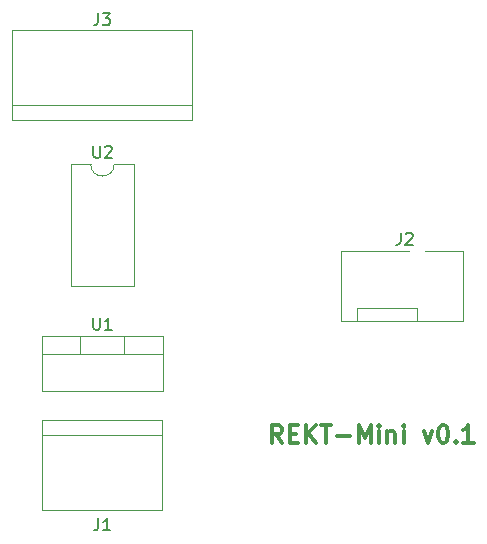
<source format=gbr>
%TF.GenerationSoftware,KiCad,Pcbnew,(6.0.9)*%
%TF.CreationDate,2022-10-31T18:23:02-05:00*%
%TF.ProjectId,rotary-compresion-tool,726f7461-7279-42d6-936f-6d7072657369,rev?*%
%TF.SameCoordinates,Original*%
%TF.FileFunction,Legend,Top*%
%TF.FilePolarity,Positive*%
%FSLAX46Y46*%
G04 Gerber Fmt 4.6, Leading zero omitted, Abs format (unit mm)*
G04 Created by KiCad (PCBNEW (6.0.9)) date 2022-10-31 18:23:02*
%MOMM*%
%LPD*%
G01*
G04 APERTURE LIST*
%ADD10C,0.300000*%
%ADD11C,0.150000*%
%ADD12C,0.120000*%
G04 APERTURE END LIST*
D10*
X167617142Y-92118571D02*
X167117142Y-91404285D01*
X166760000Y-92118571D02*
X166760000Y-90618571D01*
X167331428Y-90618571D01*
X167474285Y-90690000D01*
X167545714Y-90761428D01*
X167617142Y-90904285D01*
X167617142Y-91118571D01*
X167545714Y-91261428D01*
X167474285Y-91332857D01*
X167331428Y-91404285D01*
X166760000Y-91404285D01*
X168260000Y-91332857D02*
X168760000Y-91332857D01*
X168974285Y-92118571D02*
X168260000Y-92118571D01*
X168260000Y-90618571D01*
X168974285Y-90618571D01*
X169617142Y-92118571D02*
X169617142Y-90618571D01*
X170474285Y-92118571D02*
X169831428Y-91261428D01*
X170474285Y-90618571D02*
X169617142Y-91475714D01*
X170902857Y-90618571D02*
X171760000Y-90618571D01*
X171331428Y-92118571D02*
X171331428Y-90618571D01*
X172260000Y-91547142D02*
X173402857Y-91547142D01*
X174117142Y-92118571D02*
X174117142Y-90618571D01*
X174617142Y-91690000D01*
X175117142Y-90618571D01*
X175117142Y-92118571D01*
X175831428Y-92118571D02*
X175831428Y-91118571D01*
X175831428Y-90618571D02*
X175760000Y-90690000D01*
X175831428Y-90761428D01*
X175902857Y-90690000D01*
X175831428Y-90618571D01*
X175831428Y-90761428D01*
X176545714Y-91118571D02*
X176545714Y-92118571D01*
X176545714Y-91261428D02*
X176617142Y-91190000D01*
X176760000Y-91118571D01*
X176974285Y-91118571D01*
X177117142Y-91190000D01*
X177188571Y-91332857D01*
X177188571Y-92118571D01*
X177902857Y-92118571D02*
X177902857Y-91118571D01*
X177902857Y-90618571D02*
X177831428Y-90690000D01*
X177902857Y-90761428D01*
X177974285Y-90690000D01*
X177902857Y-90618571D01*
X177902857Y-90761428D01*
X179617142Y-91118571D02*
X179974285Y-92118571D01*
X180331428Y-91118571D01*
X181188571Y-90618571D02*
X181331428Y-90618571D01*
X181474285Y-90690000D01*
X181545714Y-90761428D01*
X181617142Y-90904285D01*
X181688571Y-91190000D01*
X181688571Y-91547142D01*
X181617142Y-91832857D01*
X181545714Y-91975714D01*
X181474285Y-92047142D01*
X181331428Y-92118571D01*
X181188571Y-92118571D01*
X181045714Y-92047142D01*
X180974285Y-91975714D01*
X180902857Y-91832857D01*
X180831428Y-91547142D01*
X180831428Y-91190000D01*
X180902857Y-90904285D01*
X180974285Y-90761428D01*
X181045714Y-90690000D01*
X181188571Y-90618571D01*
X182331428Y-91975714D02*
X182402857Y-92047142D01*
X182331428Y-92118571D01*
X182260000Y-92047142D01*
X182331428Y-91975714D01*
X182331428Y-92118571D01*
X183831428Y-92118571D02*
X182974285Y-92118571D01*
X183402857Y-92118571D02*
X183402857Y-90618571D01*
X183260000Y-90832857D01*
X183117142Y-90975714D01*
X182974285Y-91047142D01*
D11*
%TO.C,U2*%
X151648095Y-66982380D02*
X151648095Y-67791904D01*
X151695714Y-67887142D01*
X151743333Y-67934761D01*
X151838571Y-67982380D01*
X152029047Y-67982380D01*
X152124285Y-67934761D01*
X152171904Y-67887142D01*
X152219523Y-67791904D01*
X152219523Y-66982380D01*
X152648095Y-67077619D02*
X152695714Y-67030000D01*
X152790952Y-66982380D01*
X153029047Y-66982380D01*
X153124285Y-67030000D01*
X153171904Y-67077619D01*
X153219523Y-67172857D01*
X153219523Y-67268095D01*
X153171904Y-67410952D01*
X152600476Y-67982380D01*
X153219523Y-67982380D01*
%TO.C,U1*%
X151638095Y-81542380D02*
X151638095Y-82351904D01*
X151685714Y-82447142D01*
X151733333Y-82494761D01*
X151828571Y-82542380D01*
X152019047Y-82542380D01*
X152114285Y-82494761D01*
X152161904Y-82447142D01*
X152209523Y-82351904D01*
X152209523Y-81542380D01*
X153209523Y-82542380D02*
X152638095Y-82542380D01*
X152923809Y-82542380D02*
X152923809Y-81542380D01*
X152828571Y-81685238D01*
X152733333Y-81780476D01*
X152638095Y-81828095D01*
%TO.C,J3*%
X152036666Y-55762380D02*
X152036666Y-56476666D01*
X151989047Y-56619523D01*
X151893809Y-56714761D01*
X151750952Y-56762380D01*
X151655714Y-56762380D01*
X152417619Y-55762380D02*
X153036666Y-55762380D01*
X152703333Y-56143333D01*
X152846190Y-56143333D01*
X152941428Y-56190952D01*
X152989047Y-56238571D01*
X153036666Y-56333809D01*
X153036666Y-56571904D01*
X152989047Y-56667142D01*
X152941428Y-56714761D01*
X152846190Y-56762380D01*
X152560476Y-56762380D01*
X152465238Y-56714761D01*
X152417619Y-56667142D01*
%TO.C,J2*%
X177666666Y-74342380D02*
X177666666Y-75056666D01*
X177619047Y-75199523D01*
X177523809Y-75294761D01*
X177380952Y-75342380D01*
X177285714Y-75342380D01*
X178095238Y-74437619D02*
X178142857Y-74390000D01*
X178238095Y-74342380D01*
X178476190Y-74342380D01*
X178571428Y-74390000D01*
X178619047Y-74437619D01*
X178666666Y-74532857D01*
X178666666Y-74628095D01*
X178619047Y-74770952D01*
X178047619Y-75342380D01*
X178666666Y-75342380D01*
%TO.C,J1*%
X152066666Y-98512380D02*
X152066666Y-99226666D01*
X152019047Y-99369523D01*
X151923809Y-99464761D01*
X151780952Y-99512380D01*
X151685714Y-99512380D01*
X153066666Y-99512380D02*
X152495238Y-99512380D01*
X152780952Y-99512380D02*
X152780952Y-98512380D01*
X152685714Y-98655238D01*
X152590476Y-98750476D01*
X152495238Y-98798095D01*
D12*
%TO.C,U2*%
X155060000Y-68530000D02*
X153410000Y-68530000D01*
X149760000Y-68530000D02*
X149760000Y-78810000D01*
X155060000Y-78810000D02*
X155060000Y-68530000D01*
X151410000Y-68530000D02*
X149760000Y-68530000D01*
X149760000Y-78810000D02*
X155060000Y-78810000D01*
X151410000Y-68530000D02*
G75*
G03*
X153410000Y-68530000I1000000J0D01*
G01*
%TO.C,U1*%
X147280000Y-83090000D02*
X157520000Y-83090000D01*
X150550000Y-83090000D02*
X150550000Y-84600000D01*
X154251000Y-83090000D02*
X154251000Y-84600000D01*
X147280000Y-83090000D02*
X147280000Y-87731000D01*
X147280000Y-87731000D02*
X157520000Y-87731000D01*
X157520000Y-83090000D02*
X157520000Y-87731000D01*
X147280000Y-84600000D02*
X157520000Y-84600000D01*
%TO.C,J3*%
X144780000Y-57150000D02*
X160020000Y-57150000D01*
X160020000Y-64770000D02*
X160020000Y-57150000D01*
X144780000Y-63500000D02*
X160020000Y-63500000D01*
X144780000Y-64770000D02*
X160020000Y-64770000D01*
X144780000Y-64770000D02*
X144780000Y-57150000D01*
%TO.C,J2*%
X182950000Y-81840000D02*
X172650000Y-81840000D01*
X174000000Y-80730000D02*
X179080000Y-80730000D01*
X179750000Y-75890000D02*
X182950000Y-75890000D01*
X174000000Y-81740000D02*
X174000000Y-80730000D01*
X179080000Y-80730000D02*
X179080000Y-81740000D01*
X182950000Y-75890000D02*
X182950000Y-81840000D01*
X172650000Y-81840000D02*
X172650000Y-75840000D01*
X172650000Y-75840000D02*
X178400000Y-75840000D01*
%TO.C,J1*%
X157480000Y-97790000D02*
X157480000Y-90170000D01*
X147320000Y-90170000D02*
X147320000Y-97790000D01*
X147320000Y-91440000D02*
X157480000Y-91440000D01*
X157480000Y-90170000D02*
X147320000Y-90170000D01*
X147320000Y-97790000D02*
X157480000Y-97790000D01*
%TD*%
M02*

</source>
